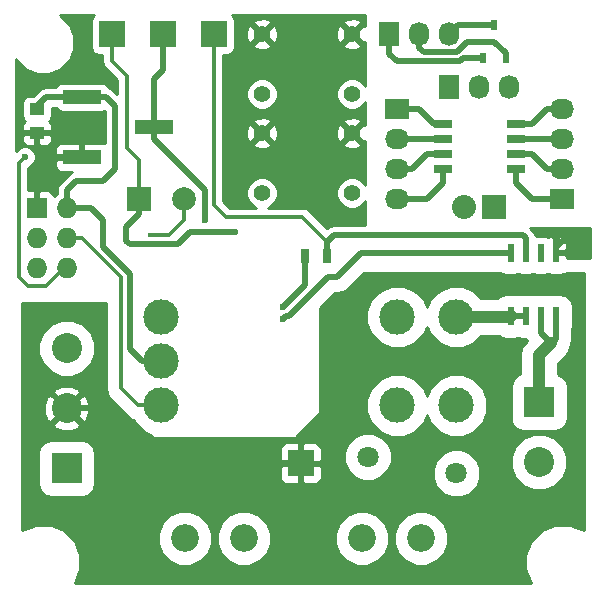
<source format=gtl>
%TF.GenerationSoftware,KiCad,Pcbnew,0.201512281231+6406~40~ubuntu14.04.1-stable*%
%TF.CreationDate,2016-01-03T22:13:40+01:00*%
%TF.ProjectId,hv,68762E6B696361645F70636200000000,rev?*%
%TF.FileFunction,Copper,L1,Top,Signal*%
%FSLAX46Y46*%
G04 Gerber Fmt 4.6, Leading zero omitted, Abs format (unit mm)*
G04 Created by KiCad (PCBNEW 0.201512281231+6406~40~ubuntu14.04.1-stable) date Son 03 Jan 2016 22:13:40 CET*
%MOMM*%
G01*
G04 APERTURE LIST*
%ADD10C,0.200000*%
%ADD11R,0.590000X0.450000*%
%ADD12C,2.349500*%
%ADD13R,1.727200X1.727200*%
%ADD14O,1.727200X1.727200*%
%ADD15R,2.235200X2.235200*%
%ADD16R,2.540000X2.540000*%
%ADD17C,2.540000*%
%ADD18C,3.000000*%
%ADD19R,3.300000X1.190000*%
%ADD20R,0.600000X1.550000*%
%ADD21C,1.998980*%
%ADD22R,1.998980X1.998980*%
%ADD23R,0.700000X1.300000*%
%ADD24C,1.800000*%
%ADD25R,1.250000X1.000000*%
%ADD26C,1.397000*%
%ADD27R,1.600000X0.700000*%
%ADD28R,2.032000X1.727200*%
%ADD29O,2.032000X1.727200*%
%ADD30R,1.727200X2.032000*%
%ADD31O,1.727200X2.032000*%
%ADD32R,2.032000X2.032000*%
%ADD33O,2.032000X2.032000*%
%ADD34R,0.600000X0.900000*%
%ADD35C,0.600000*%
%ADD36C,0.350000*%
%ADD37C,0.500000*%
%ADD38C,1.000000*%
%ADD39C,0.254000*%
G04 APERTURE END LIST*
D10*
D11*
X165061000Y-84328000D03*
X167171000Y-84328000D03*
D12*
X174998740Y-110000000D03*
X170000020Y-110000000D03*
X185001260Y-110000000D03*
X189999980Y-110000000D03*
D13*
X157480000Y-82042000D03*
D14*
X160020000Y-82042000D03*
X157480000Y-84582000D03*
X160020000Y-84582000D03*
X157480000Y-87122000D03*
X160020000Y-87122000D03*
D15*
X168148000Y-67310000D03*
X172466000Y-67310000D03*
X163830000Y-67310000D03*
D16*
X200000000Y-98460000D03*
D17*
X200000000Y-103540000D03*
D18*
X168000000Y-91250000D03*
X168000000Y-95000000D03*
X168000000Y-98750000D03*
X188000000Y-91250000D03*
X188000000Y-98750000D03*
X193000000Y-91250000D03*
X193000000Y-98750000D03*
D19*
X161290000Y-72644000D03*
X167386000Y-75184000D03*
X161290000Y-77724000D03*
D20*
X197595000Y-91200000D03*
X198865000Y-91200000D03*
X200135000Y-91200000D03*
X201405000Y-91200000D03*
X201405000Y-85800000D03*
X200135000Y-85800000D03*
X198865000Y-85800000D03*
X197595000Y-85800000D03*
D21*
X169926000Y-81280000D03*
D22*
X166116000Y-81280000D03*
D16*
X160000000Y-104080000D03*
D17*
X160000000Y-99000000D03*
X160000000Y-93920000D03*
D23*
X180152000Y-86106000D03*
X182052000Y-86106000D03*
D24*
X193000000Y-104500000D03*
X185500000Y-103100000D03*
D25*
X157480000Y-73676000D03*
X157480000Y-75676000D03*
D15*
X179832000Y-103632000D03*
D26*
X176530000Y-72390000D03*
X176530000Y-67310000D03*
X184150000Y-72390000D03*
X184150000Y-67310000D03*
X176530000Y-80772000D03*
X176530000Y-75692000D03*
X184150000Y-80772000D03*
X184150000Y-75692000D03*
D27*
X191845000Y-74930000D03*
X191845000Y-76200000D03*
X191845000Y-77470000D03*
X191845000Y-78740000D03*
X198045000Y-78740000D03*
X198045000Y-77470000D03*
X198045000Y-76200000D03*
X198045000Y-74930000D03*
D28*
X187960000Y-73660000D03*
D29*
X187960000Y-76200000D03*
X187960000Y-78740000D03*
X187960000Y-81280000D03*
D28*
X201930000Y-81280000D03*
D29*
X201930000Y-78740000D03*
X201930000Y-76200000D03*
X201930000Y-73660000D03*
D30*
X192405000Y-71755000D03*
D31*
X194945000Y-71755000D03*
X197485000Y-71755000D03*
D32*
X196215000Y-81915000D03*
D33*
X193675000Y-81915000D03*
D30*
X187325000Y-67310000D03*
D31*
X189865000Y-67310000D03*
X192405000Y-67310000D03*
D34*
X196215000Y-66545000D03*
X197165000Y-69345000D03*
X195265000Y-69345000D03*
D35*
X174244000Y-84074000D03*
X178308000Y-91440000D03*
X196596000Y-85852000D03*
X202438000Y-84836000D03*
X156464000Y-77724000D03*
X171704000Y-83058000D03*
X178308000Y-90424000D03*
D36*
X166116000Y-81280000D02*
X166116000Y-77978000D01*
X163830000Y-69596000D02*
X163830000Y-67310000D01*
X165100000Y-70866000D02*
X163830000Y-69596000D01*
X165100000Y-76962000D02*
X165100000Y-70866000D01*
X166116000Y-77978000D02*
X165100000Y-76962000D01*
D37*
X165061000Y-84328000D02*
X165061000Y-83605000D01*
X165061000Y-83605000D02*
X166116000Y-82550000D01*
X166116000Y-82550000D02*
X166116000Y-81280000D01*
X165061000Y-84797000D02*
X165061000Y-84328000D01*
X165354000Y-85090000D02*
X165061000Y-84797000D01*
X169418000Y-85090000D02*
X165354000Y-85090000D01*
X170434000Y-84074000D02*
X169418000Y-85090000D01*
X174244000Y-84074000D02*
X170434000Y-84074000D01*
D36*
X166116000Y-82550000D02*
X166116000Y-81280000D01*
X165061000Y-83605000D02*
X166116000Y-82550000D01*
D37*
X184912000Y-85852000D02*
X196596000Y-85852000D01*
X182880000Y-87884000D02*
X184912000Y-85852000D01*
X182118000Y-87884000D02*
X182880000Y-87884000D01*
X178816000Y-91186000D02*
X182118000Y-87884000D01*
X178562000Y-91186000D02*
X178816000Y-91186000D01*
X178308000Y-91440000D02*
X178562000Y-91186000D01*
X168000000Y-95000000D02*
X166374000Y-95000000D01*
X162052000Y-82042000D02*
X160020000Y-82042000D01*
X163068000Y-83058000D02*
X162052000Y-82042000D01*
X163068000Y-85344000D02*
X163068000Y-83058000D01*
X165354000Y-87630000D02*
X163068000Y-85344000D01*
X165354000Y-93980000D02*
X165354000Y-87630000D01*
X166374000Y-95000000D02*
X165354000Y-93980000D01*
X157480000Y-73676000D02*
X157480000Y-73406000D01*
X157480000Y-73406000D02*
X158242000Y-72644000D01*
X158242000Y-72644000D02*
X161290000Y-72644000D01*
X161290000Y-72644000D02*
X163322000Y-72644000D01*
X160020000Y-80518000D02*
X160020000Y-82042000D01*
X160782000Y-79756000D02*
X160020000Y-80518000D01*
X163068000Y-79756000D02*
X160782000Y-79756000D01*
X164084000Y-78740000D02*
X163068000Y-79756000D01*
X164084000Y-73406000D02*
X164084000Y-78740000D01*
X163322000Y-72644000D02*
X164084000Y-73406000D01*
X196596000Y-85852000D02*
X196648000Y-85800000D01*
X196648000Y-85800000D02*
X197595000Y-85800000D01*
X157480000Y-75676000D02*
X157480000Y-76962000D01*
X157480000Y-76962000D02*
X158242000Y-77724000D01*
X158242000Y-77724000D02*
X161290000Y-77724000D01*
X201930000Y-84836000D02*
X201405000Y-85361000D01*
X202438000Y-84836000D02*
X201930000Y-84836000D01*
X201405000Y-85361000D02*
X201405000Y-85800000D01*
X157480000Y-82042000D02*
X157480000Y-78486000D01*
X157480000Y-78486000D02*
X158242000Y-77724000D01*
X158242000Y-77724000D02*
X161290000Y-77724000D01*
D36*
X168000000Y-98750000D02*
X166060000Y-98750000D01*
X161290000Y-84582000D02*
X160020000Y-84582000D01*
X164592000Y-87884000D02*
X161290000Y-84582000D01*
X164592000Y-97282000D02*
X164592000Y-87884000D01*
X166060000Y-98750000D02*
X164592000Y-97282000D01*
X160020000Y-87122000D02*
X159766000Y-87122000D01*
X159766000Y-87122000D02*
X158242000Y-88646000D01*
X155956000Y-78232000D02*
X156464000Y-77724000D01*
X155956000Y-87884000D02*
X155956000Y-78232000D01*
X156718000Y-88646000D02*
X155956000Y-87884000D01*
X158242000Y-88646000D02*
X156718000Y-88646000D01*
D37*
X167386000Y-76200000D02*
X167386000Y-75184000D01*
X171704000Y-80518000D02*
X167386000Y-76200000D01*
X171704000Y-81026000D02*
X171704000Y-80518000D01*
X171704000Y-83058000D02*
X171704000Y-81026000D01*
X167386000Y-75184000D02*
X167386000Y-71120000D01*
X167386000Y-71120000D02*
X168148000Y-70358000D01*
X168148000Y-70358000D02*
X168148000Y-67310000D01*
D36*
X172466000Y-67310000D02*
X172466000Y-81788000D01*
X179954000Y-82804000D02*
X182052000Y-84902000D01*
X173482000Y-82804000D02*
X179954000Y-82804000D01*
X172466000Y-81788000D02*
X173482000Y-82804000D01*
X182052000Y-84902000D02*
X182052000Y-86106000D01*
D37*
X182052000Y-86106000D02*
X182052000Y-84902000D01*
X198865000Y-84565000D02*
X198865000Y-85073000D01*
X198628000Y-84328000D02*
X198865000Y-84565000D01*
X182626000Y-84328000D02*
X198628000Y-84328000D01*
X182052000Y-84902000D02*
X182626000Y-84328000D01*
X198865000Y-85073000D02*
X198865000Y-85800000D01*
X198865000Y-85073000D02*
X198865000Y-85800000D01*
X180152000Y-88580000D02*
X180152000Y-86106000D01*
X178308000Y-90424000D02*
X180152000Y-88580000D01*
X198865000Y-91200000D02*
X197595000Y-91200000D01*
D38*
X193000000Y-91250000D02*
X197545000Y-91250000D01*
X197545000Y-91250000D02*
X197595000Y-91200000D01*
D37*
X201405000Y-91200000D02*
X201405000Y-93095000D01*
X201405000Y-93095000D02*
X201000000Y-93500000D01*
X200135000Y-91200000D02*
X200135000Y-92635000D01*
X200135000Y-92635000D02*
X201000000Y-93500000D01*
D38*
X200000000Y-98460000D02*
X200000000Y-94500000D01*
X200000000Y-94500000D02*
X201000000Y-93500000D01*
D36*
X167171000Y-84328000D02*
X168656000Y-84328000D01*
X169926000Y-83058000D02*
X169926000Y-81280000D01*
X168656000Y-84328000D02*
X169926000Y-83058000D01*
D37*
X160000000Y-99000000D02*
X161992000Y-99000000D01*
X166624000Y-103632000D02*
X179832000Y-103632000D01*
X161992000Y-99000000D02*
X166624000Y-103632000D01*
X191845000Y-74930000D02*
X191135000Y-74930000D01*
X191135000Y-74930000D02*
X189865000Y-73660000D01*
X189865000Y-73660000D02*
X187960000Y-73660000D01*
X191845000Y-77470000D02*
X190500000Y-77470000D01*
X189230000Y-78740000D02*
X187960000Y-78740000D01*
X190500000Y-77470000D02*
X189230000Y-78740000D01*
X188595000Y-78740000D02*
X187960000Y-78740000D01*
X191845000Y-78740000D02*
X191845000Y-79935000D01*
X190500000Y-81280000D02*
X187960000Y-81280000D01*
X191845000Y-79935000D02*
X190500000Y-81280000D01*
X191845000Y-76200000D02*
X187960000Y-76200000D01*
X198045000Y-78740000D02*
X198045000Y-79935000D01*
X199390000Y-81280000D02*
X201930000Y-81280000D01*
X198045000Y-79935000D02*
X199390000Y-81280000D01*
X198045000Y-76200000D02*
X201930000Y-76200000D01*
X198045000Y-74930000D02*
X199390000Y-74930000D01*
X200660000Y-73660000D02*
X201930000Y-73660000D01*
X199390000Y-74930000D02*
X200660000Y-73660000D01*
X198045000Y-77470000D02*
X199390000Y-77470000D01*
X200660000Y-78740000D02*
X201930000Y-78740000D01*
X199390000Y-77470000D02*
X200660000Y-78740000D01*
X195265000Y-69345000D02*
X193545000Y-69345000D01*
X187325000Y-68961000D02*
X187325000Y-67310000D01*
X187960000Y-69596000D02*
X187325000Y-68961000D01*
X193294000Y-69596000D02*
X187960000Y-69596000D01*
X193545000Y-69345000D02*
X193294000Y-69596000D01*
X197165000Y-69345000D02*
X197165000Y-68895000D01*
X197165000Y-68895000D02*
X196215000Y-67945000D01*
X196215000Y-67945000D02*
X193929000Y-67945000D01*
X193929000Y-67945000D02*
X193040000Y-68834000D01*
X193040000Y-68834000D02*
X190246000Y-68834000D01*
X190246000Y-68834000D02*
X189865000Y-68453000D01*
X189865000Y-68453000D02*
X189865000Y-67310000D01*
X196215000Y-66545000D02*
X193170000Y-66545000D01*
X193170000Y-66545000D02*
X192405000Y-67310000D01*
D39*
G36*
X196847944Y-87633548D02*
X197295000Y-87724079D01*
X197895000Y-87724079D01*
X198242297Y-87658730D01*
X198565000Y-87724079D01*
X199165000Y-87724079D01*
X199512297Y-87658730D01*
X199835000Y-87724079D01*
X200435000Y-87724079D01*
X200782297Y-87658730D01*
X201105000Y-87724079D01*
X201705000Y-87724079D01*
X202122641Y-87645494D01*
X202344084Y-87503000D01*
X203798000Y-87503000D01*
X203798000Y-109329737D01*
X203791766Y-109323492D01*
X202631121Y-108841550D01*
X201374393Y-108840453D01*
X200212908Y-109320369D01*
X199323492Y-110208234D01*
X198841550Y-111368879D01*
X198840453Y-112625607D01*
X199320369Y-113787092D01*
X199331258Y-113798000D01*
X160670263Y-113798000D01*
X160676508Y-113791766D01*
X161158450Y-112631121D01*
X161159547Y-111374393D01*
X160780008Y-110455838D01*
X167697871Y-110455838D01*
X168047553Y-111302133D01*
X168694481Y-111950191D01*
X169540165Y-112301350D01*
X170455858Y-112302149D01*
X171302153Y-111952467D01*
X171950211Y-111305539D01*
X172301370Y-110459855D01*
X172301373Y-110455838D01*
X172696591Y-110455838D01*
X173046273Y-111302133D01*
X173693201Y-111950191D01*
X174538885Y-112301350D01*
X175454578Y-112302149D01*
X176300873Y-111952467D01*
X176948931Y-111305539D01*
X177300090Y-110459855D01*
X177300093Y-110455838D01*
X182699111Y-110455838D01*
X183048793Y-111302133D01*
X183695721Y-111950191D01*
X184541405Y-112301350D01*
X185457098Y-112302149D01*
X186303393Y-111952467D01*
X186951451Y-111305539D01*
X187302610Y-110459855D01*
X187302613Y-110455838D01*
X187697831Y-110455838D01*
X188047513Y-111302133D01*
X188694441Y-111950191D01*
X189540125Y-112301350D01*
X190455818Y-112302149D01*
X191302113Y-111952467D01*
X191950171Y-111305539D01*
X192301330Y-110459855D01*
X192302129Y-109544162D01*
X191952447Y-108697867D01*
X191305519Y-108049809D01*
X190459835Y-107698650D01*
X189544142Y-107697851D01*
X188697847Y-108047533D01*
X188049789Y-108694461D01*
X187698630Y-109540145D01*
X187697831Y-110455838D01*
X187302613Y-110455838D01*
X187303409Y-109544162D01*
X186953727Y-108697867D01*
X186306799Y-108049809D01*
X185461115Y-107698650D01*
X184545422Y-107697851D01*
X183699127Y-108047533D01*
X183051069Y-108694461D01*
X182699910Y-109540145D01*
X182699111Y-110455838D01*
X177300093Y-110455838D01*
X177300889Y-109544162D01*
X176951207Y-108697867D01*
X176304279Y-108049809D01*
X175458595Y-107698650D01*
X174542902Y-107697851D01*
X173696607Y-108047533D01*
X173048549Y-108694461D01*
X172697390Y-109540145D01*
X172696591Y-110455838D01*
X172301373Y-110455838D01*
X172302169Y-109544162D01*
X171952487Y-108697867D01*
X171305559Y-108049809D01*
X170459875Y-107698650D01*
X169544182Y-107697851D01*
X168697887Y-108047533D01*
X168049829Y-108694461D01*
X167698670Y-109540145D01*
X167697871Y-110455838D01*
X160780008Y-110455838D01*
X160679631Y-110212908D01*
X159791766Y-109323492D01*
X158631121Y-108841550D01*
X157374393Y-108840453D01*
X156212908Y-109320369D01*
X156202000Y-109331258D01*
X156202000Y-102810000D01*
X157580921Y-102810000D01*
X157580921Y-105350000D01*
X157659506Y-105767641D01*
X157906331Y-106151219D01*
X158282944Y-106408548D01*
X158730000Y-106499079D01*
X161270000Y-106499079D01*
X161687641Y-106420494D01*
X162071219Y-106173669D01*
X162328548Y-105797056D01*
X162419079Y-105350000D01*
X162419079Y-103917750D01*
X178079400Y-103917750D01*
X178079400Y-104875910D01*
X178176073Y-105109299D01*
X178354702Y-105287927D01*
X178588091Y-105384600D01*
X179546250Y-105384600D01*
X179705000Y-105225850D01*
X179705000Y-103759000D01*
X179959000Y-103759000D01*
X179959000Y-105225850D01*
X180117750Y-105384600D01*
X181075909Y-105384600D01*
X181309298Y-105287927D01*
X181487927Y-105109299D01*
X181584600Y-104875910D01*
X181584600Y-103917750D01*
X181425850Y-103759000D01*
X179959000Y-103759000D01*
X179705000Y-103759000D01*
X178238150Y-103759000D01*
X178079400Y-103917750D01*
X162419079Y-103917750D01*
X162419079Y-102810000D01*
X162340494Y-102392359D01*
X162337747Y-102388090D01*
X178079400Y-102388090D01*
X178079400Y-103346250D01*
X178238150Y-103505000D01*
X179705000Y-103505000D01*
X179705000Y-102038150D01*
X179959000Y-102038150D01*
X179959000Y-103505000D01*
X181425850Y-103505000D01*
X181429424Y-103501426D01*
X183472649Y-103501426D01*
X183780591Y-104246703D01*
X184350298Y-104817405D01*
X185095036Y-105126647D01*
X185901426Y-105127351D01*
X186448206Y-104901426D01*
X190972649Y-104901426D01*
X191280591Y-105646703D01*
X191850298Y-106217405D01*
X192595036Y-106526647D01*
X193401426Y-106527351D01*
X194146703Y-106219409D01*
X194717405Y-105649702D01*
X195026647Y-104904964D01*
X195027351Y-104098574D01*
X194992696Y-104014701D01*
X197602585Y-104014701D01*
X197966737Y-104896018D01*
X198640436Y-105570893D01*
X199521115Y-105936583D01*
X200474701Y-105937415D01*
X201356018Y-105573263D01*
X202030893Y-104899564D01*
X202396583Y-104018885D01*
X202397415Y-103065299D01*
X202033263Y-102183982D01*
X201359564Y-101509107D01*
X200478885Y-101143417D01*
X199525299Y-101142585D01*
X198643982Y-101506737D01*
X197969107Y-102180436D01*
X197603417Y-103061115D01*
X197602585Y-104014701D01*
X194992696Y-104014701D01*
X194719409Y-103353297D01*
X194149702Y-102782595D01*
X193404964Y-102473353D01*
X192598574Y-102472649D01*
X191853297Y-102780591D01*
X191282595Y-103350298D01*
X190973353Y-104095036D01*
X190972649Y-104901426D01*
X186448206Y-104901426D01*
X186646703Y-104819409D01*
X187217405Y-104249702D01*
X187526647Y-103504964D01*
X187527351Y-102698574D01*
X187219409Y-101953297D01*
X186649702Y-101382595D01*
X185904964Y-101073353D01*
X185098574Y-101072649D01*
X184353297Y-101380591D01*
X183782595Y-101950298D01*
X183473353Y-102695036D01*
X183472649Y-103501426D01*
X181429424Y-103501426D01*
X181584600Y-103346250D01*
X181584600Y-102388090D01*
X181487927Y-102154701D01*
X181309298Y-101976073D01*
X181075909Y-101879400D01*
X180117750Y-101879400D01*
X179959000Y-102038150D01*
X179705000Y-102038150D01*
X179546250Y-101879400D01*
X178588091Y-101879400D01*
X178354702Y-101976073D01*
X178176073Y-102154701D01*
X178079400Y-102388090D01*
X162337747Y-102388090D01*
X162093669Y-102008781D01*
X161717056Y-101751452D01*
X161270000Y-101660921D01*
X158730000Y-101660921D01*
X158312359Y-101739506D01*
X157928781Y-101986331D01*
X157671452Y-102362944D01*
X157580921Y-102810000D01*
X156202000Y-102810000D01*
X156202000Y-100347777D01*
X158831828Y-100347777D01*
X158963520Y-100642657D01*
X159671036Y-100914261D01*
X160428632Y-100894436D01*
X161036480Y-100642657D01*
X161168172Y-100347777D01*
X160000000Y-99179605D01*
X158831828Y-100347777D01*
X156202000Y-100347777D01*
X156202000Y-98671036D01*
X158085739Y-98671036D01*
X158105564Y-99428632D01*
X158357343Y-100036480D01*
X158652223Y-100168172D01*
X159820395Y-99000000D01*
X160179605Y-99000000D01*
X161347777Y-100168172D01*
X161642657Y-100036480D01*
X161914261Y-99328964D01*
X161894436Y-98571368D01*
X161642657Y-97963520D01*
X161347777Y-97831828D01*
X160179605Y-99000000D01*
X159820395Y-99000000D01*
X158652223Y-97831828D01*
X158357343Y-97963520D01*
X158085739Y-98671036D01*
X156202000Y-98671036D01*
X156202000Y-97652223D01*
X158831828Y-97652223D01*
X160000000Y-98820395D01*
X161168172Y-97652223D01*
X161036480Y-97357343D01*
X160328964Y-97085739D01*
X159571368Y-97105564D01*
X158963520Y-97357343D01*
X158831828Y-97652223D01*
X156202000Y-97652223D01*
X156202000Y-94394701D01*
X157602585Y-94394701D01*
X157966737Y-95276018D01*
X158640436Y-95950893D01*
X159521115Y-96316583D01*
X160474701Y-96317415D01*
X161356018Y-95953263D01*
X162030893Y-95279564D01*
X162396583Y-94398885D01*
X162397415Y-93445299D01*
X162033263Y-92563982D01*
X161359564Y-91889107D01*
X160478885Y-91523417D01*
X159525299Y-91522585D01*
X158643982Y-91886737D01*
X157969107Y-92560436D01*
X157603417Y-93441115D01*
X157602585Y-94394701D01*
X156202000Y-94394701D01*
X156202000Y-90043000D01*
X163290000Y-90043000D01*
X163290000Y-97282000D01*
X163389109Y-97780254D01*
X163671347Y-98202653D01*
X165139347Y-99670653D01*
X165561747Y-99952892D01*
X165662922Y-99973017D01*
X165771639Y-100236132D01*
X166509981Y-100975764D01*
X167067773Y-101207379D01*
X167296197Y-101435803D01*
X167338211Y-101463666D01*
X167386000Y-101473000D01*
X179324000Y-101473000D01*
X179373410Y-101462994D01*
X179413803Y-101435803D01*
X181445803Y-99403803D01*
X181473666Y-99361789D01*
X181483000Y-99314000D01*
X181483000Y-99270250D01*
X185372545Y-99270250D01*
X185771639Y-100236132D01*
X186509981Y-100975764D01*
X187475165Y-101376543D01*
X188520250Y-101377455D01*
X189486132Y-100978361D01*
X190225764Y-100240019D01*
X190500180Y-99579151D01*
X190771639Y-100236132D01*
X191509981Y-100975764D01*
X192475165Y-101376543D01*
X193520250Y-101377455D01*
X194486132Y-100978361D01*
X195225764Y-100240019D01*
X195626543Y-99274835D01*
X195627455Y-98229750D01*
X195228361Y-97263868D01*
X194490019Y-96524236D01*
X193524835Y-96123457D01*
X192479750Y-96122545D01*
X191513868Y-96521639D01*
X190774236Y-97259981D01*
X190499820Y-97920849D01*
X190228361Y-97263868D01*
X189490019Y-96524236D01*
X188524835Y-96123457D01*
X187479750Y-96122545D01*
X186513868Y-96521639D01*
X185774236Y-97259981D01*
X185373457Y-98225165D01*
X185372545Y-99270250D01*
X181483000Y-99270250D01*
X181483000Y-91770250D01*
X185372545Y-91770250D01*
X185771639Y-92736132D01*
X186509981Y-93475764D01*
X187475165Y-93876543D01*
X188520250Y-93877455D01*
X189486132Y-93478361D01*
X190225764Y-92740019D01*
X190500180Y-92079151D01*
X190771639Y-92736132D01*
X191509981Y-93475764D01*
X192475165Y-93876543D01*
X193520250Y-93877455D01*
X194486132Y-93478361D01*
X195088544Y-92877000D01*
X196618829Y-92877000D01*
X196847944Y-93033548D01*
X197295000Y-93124079D01*
X197895000Y-93124079D01*
X198242297Y-93058730D01*
X198565000Y-93124079D01*
X198855284Y-93124079D01*
X198862818Y-93161955D01*
X198932633Y-93266441D01*
X198849537Y-93349537D01*
X198496848Y-93877374D01*
X198373000Y-94500000D01*
X198373000Y-96108096D01*
X198312359Y-96119506D01*
X197928781Y-96366331D01*
X197671452Y-96742944D01*
X197580921Y-97190000D01*
X197580921Y-99730000D01*
X197659506Y-100147641D01*
X197906331Y-100531219D01*
X198282944Y-100788548D01*
X198730000Y-100879079D01*
X201270000Y-100879079D01*
X201687641Y-100800494D01*
X202071219Y-100553669D01*
X202328548Y-100177056D01*
X202419079Y-99730000D01*
X202419079Y-97190000D01*
X202340494Y-96772359D01*
X202093669Y-96388781D01*
X201717056Y-96131452D01*
X201627000Y-96113215D01*
X201627000Y-95173926D01*
X202150463Y-94650462D01*
X202503152Y-94122626D01*
X202571189Y-93780585D01*
X202677182Y-93621955D01*
X202782000Y-93095000D01*
X202782000Y-92330937D01*
X202854079Y-91975000D01*
X202854079Y-90425000D01*
X202775494Y-90007359D01*
X202528669Y-89623781D01*
X202152056Y-89366452D01*
X201705000Y-89275921D01*
X201105000Y-89275921D01*
X200757703Y-89341270D01*
X200435000Y-89275921D01*
X199835000Y-89275921D01*
X199487703Y-89341270D01*
X199165000Y-89275921D01*
X198565000Y-89275921D01*
X198217703Y-89341270D01*
X197895000Y-89275921D01*
X197295000Y-89275921D01*
X196877359Y-89354506D01*
X196493781Y-89601331D01*
X196478975Y-89623000D01*
X195087739Y-89623000D01*
X194490019Y-89024236D01*
X193524835Y-88623457D01*
X192479750Y-88622545D01*
X191513868Y-89021639D01*
X190774236Y-89759981D01*
X190499820Y-90420849D01*
X190228361Y-89763868D01*
X189490019Y-89024236D01*
X188524835Y-88623457D01*
X187479750Y-88622545D01*
X186513868Y-89021639D01*
X185774236Y-89759981D01*
X185373457Y-90725165D01*
X185372545Y-91770250D01*
X181483000Y-91770250D01*
X181483000Y-90466372D01*
X182688372Y-89261000D01*
X182880000Y-89261000D01*
X183406955Y-89156182D01*
X183853686Y-88857686D01*
X185208372Y-87503000D01*
X196656881Y-87503000D01*
X196847944Y-87633548D01*
X196847944Y-87633548D01*
G37*
X196847944Y-87633548D02*
X197295000Y-87724079D01*
X197895000Y-87724079D01*
X198242297Y-87658730D01*
X198565000Y-87724079D01*
X199165000Y-87724079D01*
X199512297Y-87658730D01*
X199835000Y-87724079D01*
X200435000Y-87724079D01*
X200782297Y-87658730D01*
X201105000Y-87724079D01*
X201705000Y-87724079D01*
X202122641Y-87645494D01*
X202344084Y-87503000D01*
X203798000Y-87503000D01*
X203798000Y-109329737D01*
X203791766Y-109323492D01*
X202631121Y-108841550D01*
X201374393Y-108840453D01*
X200212908Y-109320369D01*
X199323492Y-110208234D01*
X198841550Y-111368879D01*
X198840453Y-112625607D01*
X199320369Y-113787092D01*
X199331258Y-113798000D01*
X160670263Y-113798000D01*
X160676508Y-113791766D01*
X161158450Y-112631121D01*
X161159547Y-111374393D01*
X160780008Y-110455838D01*
X167697871Y-110455838D01*
X168047553Y-111302133D01*
X168694481Y-111950191D01*
X169540165Y-112301350D01*
X170455858Y-112302149D01*
X171302153Y-111952467D01*
X171950211Y-111305539D01*
X172301370Y-110459855D01*
X172301373Y-110455838D01*
X172696591Y-110455838D01*
X173046273Y-111302133D01*
X173693201Y-111950191D01*
X174538885Y-112301350D01*
X175454578Y-112302149D01*
X176300873Y-111952467D01*
X176948931Y-111305539D01*
X177300090Y-110459855D01*
X177300093Y-110455838D01*
X182699111Y-110455838D01*
X183048793Y-111302133D01*
X183695721Y-111950191D01*
X184541405Y-112301350D01*
X185457098Y-112302149D01*
X186303393Y-111952467D01*
X186951451Y-111305539D01*
X187302610Y-110459855D01*
X187302613Y-110455838D01*
X187697831Y-110455838D01*
X188047513Y-111302133D01*
X188694441Y-111950191D01*
X189540125Y-112301350D01*
X190455818Y-112302149D01*
X191302113Y-111952467D01*
X191950171Y-111305539D01*
X192301330Y-110459855D01*
X192302129Y-109544162D01*
X191952447Y-108697867D01*
X191305519Y-108049809D01*
X190459835Y-107698650D01*
X189544142Y-107697851D01*
X188697847Y-108047533D01*
X188049789Y-108694461D01*
X187698630Y-109540145D01*
X187697831Y-110455838D01*
X187302613Y-110455838D01*
X187303409Y-109544162D01*
X186953727Y-108697867D01*
X186306799Y-108049809D01*
X185461115Y-107698650D01*
X184545422Y-107697851D01*
X183699127Y-108047533D01*
X183051069Y-108694461D01*
X182699910Y-109540145D01*
X182699111Y-110455838D01*
X177300093Y-110455838D01*
X177300889Y-109544162D01*
X176951207Y-108697867D01*
X176304279Y-108049809D01*
X175458595Y-107698650D01*
X174542902Y-107697851D01*
X173696607Y-108047533D01*
X173048549Y-108694461D01*
X172697390Y-109540145D01*
X172696591Y-110455838D01*
X172301373Y-110455838D01*
X172302169Y-109544162D01*
X171952487Y-108697867D01*
X171305559Y-108049809D01*
X170459875Y-107698650D01*
X169544182Y-107697851D01*
X168697887Y-108047533D01*
X168049829Y-108694461D01*
X167698670Y-109540145D01*
X167697871Y-110455838D01*
X160780008Y-110455838D01*
X160679631Y-110212908D01*
X159791766Y-109323492D01*
X158631121Y-108841550D01*
X157374393Y-108840453D01*
X156212908Y-109320369D01*
X156202000Y-109331258D01*
X156202000Y-102810000D01*
X157580921Y-102810000D01*
X157580921Y-105350000D01*
X157659506Y-105767641D01*
X157906331Y-106151219D01*
X158282944Y-106408548D01*
X158730000Y-106499079D01*
X161270000Y-106499079D01*
X161687641Y-106420494D01*
X162071219Y-106173669D01*
X162328548Y-105797056D01*
X162419079Y-105350000D01*
X162419079Y-103917750D01*
X178079400Y-103917750D01*
X178079400Y-104875910D01*
X178176073Y-105109299D01*
X178354702Y-105287927D01*
X178588091Y-105384600D01*
X179546250Y-105384600D01*
X179705000Y-105225850D01*
X179705000Y-103759000D01*
X179959000Y-103759000D01*
X179959000Y-105225850D01*
X180117750Y-105384600D01*
X181075909Y-105384600D01*
X181309298Y-105287927D01*
X181487927Y-105109299D01*
X181584600Y-104875910D01*
X181584600Y-103917750D01*
X181425850Y-103759000D01*
X179959000Y-103759000D01*
X179705000Y-103759000D01*
X178238150Y-103759000D01*
X178079400Y-103917750D01*
X162419079Y-103917750D01*
X162419079Y-102810000D01*
X162340494Y-102392359D01*
X162337747Y-102388090D01*
X178079400Y-102388090D01*
X178079400Y-103346250D01*
X178238150Y-103505000D01*
X179705000Y-103505000D01*
X179705000Y-102038150D01*
X179959000Y-102038150D01*
X179959000Y-103505000D01*
X181425850Y-103505000D01*
X181429424Y-103501426D01*
X183472649Y-103501426D01*
X183780591Y-104246703D01*
X184350298Y-104817405D01*
X185095036Y-105126647D01*
X185901426Y-105127351D01*
X186448206Y-104901426D01*
X190972649Y-104901426D01*
X191280591Y-105646703D01*
X191850298Y-106217405D01*
X192595036Y-106526647D01*
X193401426Y-106527351D01*
X194146703Y-106219409D01*
X194717405Y-105649702D01*
X195026647Y-104904964D01*
X195027351Y-104098574D01*
X194992696Y-104014701D01*
X197602585Y-104014701D01*
X197966737Y-104896018D01*
X198640436Y-105570893D01*
X199521115Y-105936583D01*
X200474701Y-105937415D01*
X201356018Y-105573263D01*
X202030893Y-104899564D01*
X202396583Y-104018885D01*
X202397415Y-103065299D01*
X202033263Y-102183982D01*
X201359564Y-101509107D01*
X200478885Y-101143417D01*
X199525299Y-101142585D01*
X198643982Y-101506737D01*
X197969107Y-102180436D01*
X197603417Y-103061115D01*
X197602585Y-104014701D01*
X194992696Y-104014701D01*
X194719409Y-103353297D01*
X194149702Y-102782595D01*
X193404964Y-102473353D01*
X192598574Y-102472649D01*
X191853297Y-102780591D01*
X191282595Y-103350298D01*
X190973353Y-104095036D01*
X190972649Y-104901426D01*
X186448206Y-104901426D01*
X186646703Y-104819409D01*
X187217405Y-104249702D01*
X187526647Y-103504964D01*
X187527351Y-102698574D01*
X187219409Y-101953297D01*
X186649702Y-101382595D01*
X185904964Y-101073353D01*
X185098574Y-101072649D01*
X184353297Y-101380591D01*
X183782595Y-101950298D01*
X183473353Y-102695036D01*
X183472649Y-103501426D01*
X181429424Y-103501426D01*
X181584600Y-103346250D01*
X181584600Y-102388090D01*
X181487927Y-102154701D01*
X181309298Y-101976073D01*
X181075909Y-101879400D01*
X180117750Y-101879400D01*
X179959000Y-102038150D01*
X179705000Y-102038150D01*
X179546250Y-101879400D01*
X178588091Y-101879400D01*
X178354702Y-101976073D01*
X178176073Y-102154701D01*
X178079400Y-102388090D01*
X162337747Y-102388090D01*
X162093669Y-102008781D01*
X161717056Y-101751452D01*
X161270000Y-101660921D01*
X158730000Y-101660921D01*
X158312359Y-101739506D01*
X157928781Y-101986331D01*
X157671452Y-102362944D01*
X157580921Y-102810000D01*
X156202000Y-102810000D01*
X156202000Y-100347777D01*
X158831828Y-100347777D01*
X158963520Y-100642657D01*
X159671036Y-100914261D01*
X160428632Y-100894436D01*
X161036480Y-100642657D01*
X161168172Y-100347777D01*
X160000000Y-99179605D01*
X158831828Y-100347777D01*
X156202000Y-100347777D01*
X156202000Y-98671036D01*
X158085739Y-98671036D01*
X158105564Y-99428632D01*
X158357343Y-100036480D01*
X158652223Y-100168172D01*
X159820395Y-99000000D01*
X160179605Y-99000000D01*
X161347777Y-100168172D01*
X161642657Y-100036480D01*
X161914261Y-99328964D01*
X161894436Y-98571368D01*
X161642657Y-97963520D01*
X161347777Y-97831828D01*
X160179605Y-99000000D01*
X159820395Y-99000000D01*
X158652223Y-97831828D01*
X158357343Y-97963520D01*
X158085739Y-98671036D01*
X156202000Y-98671036D01*
X156202000Y-97652223D01*
X158831828Y-97652223D01*
X160000000Y-98820395D01*
X161168172Y-97652223D01*
X161036480Y-97357343D01*
X160328964Y-97085739D01*
X159571368Y-97105564D01*
X158963520Y-97357343D01*
X158831828Y-97652223D01*
X156202000Y-97652223D01*
X156202000Y-94394701D01*
X157602585Y-94394701D01*
X157966737Y-95276018D01*
X158640436Y-95950893D01*
X159521115Y-96316583D01*
X160474701Y-96317415D01*
X161356018Y-95953263D01*
X162030893Y-95279564D01*
X162396583Y-94398885D01*
X162397415Y-93445299D01*
X162033263Y-92563982D01*
X161359564Y-91889107D01*
X160478885Y-91523417D01*
X159525299Y-91522585D01*
X158643982Y-91886737D01*
X157969107Y-92560436D01*
X157603417Y-93441115D01*
X157602585Y-94394701D01*
X156202000Y-94394701D01*
X156202000Y-90043000D01*
X163290000Y-90043000D01*
X163290000Y-97282000D01*
X163389109Y-97780254D01*
X163671347Y-98202653D01*
X165139347Y-99670653D01*
X165561747Y-99952892D01*
X165662922Y-99973017D01*
X165771639Y-100236132D01*
X166509981Y-100975764D01*
X167067773Y-101207379D01*
X167296197Y-101435803D01*
X167338211Y-101463666D01*
X167386000Y-101473000D01*
X179324000Y-101473000D01*
X179373410Y-101462994D01*
X179413803Y-101435803D01*
X181445803Y-99403803D01*
X181473666Y-99361789D01*
X181483000Y-99314000D01*
X181483000Y-99270250D01*
X185372545Y-99270250D01*
X185771639Y-100236132D01*
X186509981Y-100975764D01*
X187475165Y-101376543D01*
X188520250Y-101377455D01*
X189486132Y-100978361D01*
X190225764Y-100240019D01*
X190500180Y-99579151D01*
X190771639Y-100236132D01*
X191509981Y-100975764D01*
X192475165Y-101376543D01*
X193520250Y-101377455D01*
X194486132Y-100978361D01*
X195225764Y-100240019D01*
X195626543Y-99274835D01*
X195627455Y-98229750D01*
X195228361Y-97263868D01*
X194490019Y-96524236D01*
X193524835Y-96123457D01*
X192479750Y-96122545D01*
X191513868Y-96521639D01*
X190774236Y-97259981D01*
X190499820Y-97920849D01*
X190228361Y-97263868D01*
X189490019Y-96524236D01*
X188524835Y-96123457D01*
X187479750Y-96122545D01*
X186513868Y-96521639D01*
X185774236Y-97259981D01*
X185373457Y-98225165D01*
X185372545Y-99270250D01*
X181483000Y-99270250D01*
X181483000Y-91770250D01*
X185372545Y-91770250D01*
X185771639Y-92736132D01*
X186509981Y-93475764D01*
X187475165Y-93876543D01*
X188520250Y-93877455D01*
X189486132Y-93478361D01*
X190225764Y-92740019D01*
X190500180Y-92079151D01*
X190771639Y-92736132D01*
X191509981Y-93475764D01*
X192475165Y-93876543D01*
X193520250Y-93877455D01*
X194486132Y-93478361D01*
X195088544Y-92877000D01*
X196618829Y-92877000D01*
X196847944Y-93033548D01*
X197295000Y-93124079D01*
X197895000Y-93124079D01*
X198242297Y-93058730D01*
X198565000Y-93124079D01*
X198855284Y-93124079D01*
X198862818Y-93161955D01*
X198932633Y-93266441D01*
X198849537Y-93349537D01*
X198496848Y-93877374D01*
X198373000Y-94500000D01*
X198373000Y-96108096D01*
X198312359Y-96119506D01*
X197928781Y-96366331D01*
X197671452Y-96742944D01*
X197580921Y-97190000D01*
X197580921Y-99730000D01*
X197659506Y-100147641D01*
X197906331Y-100531219D01*
X198282944Y-100788548D01*
X198730000Y-100879079D01*
X201270000Y-100879079D01*
X201687641Y-100800494D01*
X202071219Y-100553669D01*
X202328548Y-100177056D01*
X202419079Y-99730000D01*
X202419079Y-97190000D01*
X202340494Y-96772359D01*
X202093669Y-96388781D01*
X201717056Y-96131452D01*
X201627000Y-96113215D01*
X201627000Y-95173926D01*
X202150463Y-94650462D01*
X202503152Y-94122626D01*
X202571189Y-93780585D01*
X202677182Y-93621955D01*
X202782000Y-93095000D01*
X202782000Y-92330937D01*
X202854079Y-91975000D01*
X202854079Y-90425000D01*
X202775494Y-90007359D01*
X202528669Y-89623781D01*
X202152056Y-89366452D01*
X201705000Y-89275921D01*
X201105000Y-89275921D01*
X200757703Y-89341270D01*
X200435000Y-89275921D01*
X199835000Y-89275921D01*
X199487703Y-89341270D01*
X199165000Y-89275921D01*
X198565000Y-89275921D01*
X198217703Y-89341270D01*
X197895000Y-89275921D01*
X197295000Y-89275921D01*
X196877359Y-89354506D01*
X196493781Y-89601331D01*
X196478975Y-89623000D01*
X195087739Y-89623000D01*
X194490019Y-89024236D01*
X193524835Y-88623457D01*
X192479750Y-88622545D01*
X191513868Y-89021639D01*
X190774236Y-89759981D01*
X190499820Y-90420849D01*
X190228361Y-89763868D01*
X189490019Y-89024236D01*
X188524835Y-88623457D01*
X187479750Y-88622545D01*
X186513868Y-89021639D01*
X185774236Y-89759981D01*
X185373457Y-90725165D01*
X185372545Y-91770250D01*
X181483000Y-91770250D01*
X181483000Y-90466372D01*
X182688372Y-89261000D01*
X182880000Y-89261000D01*
X183406955Y-89156182D01*
X183853686Y-88857686D01*
X185208372Y-87503000D01*
X196656881Y-87503000D01*
X196847944Y-87633548D01*
G36*
X204298000Y-86233000D02*
X202340000Y-86233000D01*
X202340000Y-86085750D01*
X202181250Y-85927000D01*
X201532000Y-85927000D01*
X201532000Y-85947000D01*
X201278000Y-85947000D01*
X201278000Y-85927000D01*
X201258000Y-85927000D01*
X201258000Y-85673000D01*
X201278000Y-85673000D01*
X201278000Y-84548750D01*
X201532000Y-84548750D01*
X201532000Y-85673000D01*
X202181250Y-85673000D01*
X202340000Y-85514250D01*
X202340000Y-84898691D01*
X202243327Y-84665302D01*
X202064699Y-84486673D01*
X201831310Y-84390000D01*
X201690750Y-84390000D01*
X201532000Y-84548750D01*
X201278000Y-84548750D01*
X201119250Y-84390000D01*
X200978690Y-84390000D01*
X200753056Y-84483461D01*
X200683717Y-84436083D01*
X200435000Y-84385717D01*
X199835000Y-84385717D01*
X199710981Y-84409053D01*
X199675242Y-84229387D01*
X199588789Y-84100000D01*
X199485133Y-83944867D01*
X199485130Y-83944865D01*
X199248133Y-83707867D01*
X199225883Y-83693000D01*
X204298000Y-83693000D01*
X204298000Y-86233000D01*
X204298000Y-86233000D01*
G37*
X204298000Y-86233000D02*
X202340000Y-86233000D01*
X202340000Y-86085750D01*
X202181250Y-85927000D01*
X201532000Y-85927000D01*
X201532000Y-85947000D01*
X201278000Y-85947000D01*
X201278000Y-85927000D01*
X201258000Y-85927000D01*
X201258000Y-85673000D01*
X201278000Y-85673000D01*
X201278000Y-84548750D01*
X201532000Y-84548750D01*
X201532000Y-85673000D01*
X202181250Y-85673000D01*
X202340000Y-85514250D01*
X202340000Y-84898691D01*
X202243327Y-84665302D01*
X202064699Y-84486673D01*
X201831310Y-84390000D01*
X201690750Y-84390000D01*
X201532000Y-84548750D01*
X201278000Y-84548750D01*
X201119250Y-84390000D01*
X200978690Y-84390000D01*
X200753056Y-84483461D01*
X200683717Y-84436083D01*
X200435000Y-84385717D01*
X199835000Y-84385717D01*
X199710981Y-84409053D01*
X199675242Y-84229387D01*
X199588789Y-84100000D01*
X199485133Y-83944867D01*
X199485130Y-83944865D01*
X199248133Y-83707867D01*
X199225883Y-83693000D01*
X204298000Y-83693000D01*
X204298000Y-86233000D01*
G36*
X185293000Y-66610058D02*
X185084188Y-66555417D01*
X184329605Y-67310000D01*
X185084188Y-68064583D01*
X185293000Y-68009942D01*
X185293000Y-71685260D01*
X185274359Y-71640146D01*
X184901816Y-71266951D01*
X184414815Y-71064731D01*
X183887498Y-71064270D01*
X183400146Y-71265641D01*
X183026951Y-71638184D01*
X182824731Y-72125185D01*
X182824270Y-72652502D01*
X183025641Y-73139854D01*
X183398184Y-73513049D01*
X183885185Y-73715269D01*
X184412502Y-73715730D01*
X184899854Y-73514359D01*
X185273049Y-73141816D01*
X185293000Y-73093769D01*
X185293000Y-74992058D01*
X185084188Y-74937417D01*
X184329605Y-75692000D01*
X185084188Y-76446583D01*
X185293000Y-76391942D01*
X185293000Y-80067260D01*
X185274359Y-80022146D01*
X184901816Y-79648951D01*
X184414815Y-79446731D01*
X183887498Y-79446270D01*
X183400146Y-79647641D01*
X183026951Y-80020184D01*
X182824731Y-80507185D01*
X182824270Y-81034502D01*
X183025641Y-81521854D01*
X183398184Y-81895049D01*
X183885185Y-82097269D01*
X184412502Y-82097730D01*
X184899854Y-81896359D01*
X185273049Y-81523816D01*
X185293000Y-81475769D01*
X185293000Y-83451000D01*
X182626005Y-83451000D01*
X182626000Y-83450999D01*
X182308862Y-83514083D01*
X182290387Y-83517758D01*
X182005867Y-83707867D01*
X182005865Y-83707870D01*
X181998967Y-83714767D01*
X180521100Y-82236900D01*
X180260912Y-82063049D01*
X179954000Y-82001999D01*
X179953995Y-82002000D01*
X177024185Y-82002000D01*
X177279854Y-81896359D01*
X177653049Y-81523816D01*
X177855269Y-81036815D01*
X177855730Y-80509498D01*
X177654359Y-80022146D01*
X177281816Y-79648951D01*
X176794815Y-79446731D01*
X176267498Y-79446270D01*
X175780146Y-79647641D01*
X175406951Y-80020184D01*
X175204731Y-80507185D01*
X175204270Y-81034502D01*
X175405641Y-81521854D01*
X175778184Y-81895049D01*
X176035751Y-82002000D01*
X173814200Y-82002000D01*
X173268000Y-81455800D01*
X173268000Y-76626188D01*
X175775417Y-76626188D01*
X175837071Y-76861800D01*
X176337480Y-77037927D01*
X176867199Y-77009148D01*
X177222929Y-76861800D01*
X177284583Y-76626188D01*
X183395417Y-76626188D01*
X183457071Y-76861800D01*
X183957480Y-77037927D01*
X184487199Y-77009148D01*
X184842929Y-76861800D01*
X184904583Y-76626188D01*
X184150000Y-75871605D01*
X183395417Y-76626188D01*
X177284583Y-76626188D01*
X176530000Y-75871605D01*
X175775417Y-76626188D01*
X173268000Y-76626188D01*
X173268000Y-75499480D01*
X175184073Y-75499480D01*
X175212852Y-76029199D01*
X175360200Y-76384929D01*
X175595812Y-76446583D01*
X176350395Y-75692000D01*
X176709605Y-75692000D01*
X177464188Y-76446583D01*
X177699800Y-76384929D01*
X177875927Y-75884520D01*
X177855009Y-75499480D01*
X182804073Y-75499480D01*
X182832852Y-76029199D01*
X182980200Y-76384929D01*
X183215812Y-76446583D01*
X183970395Y-75692000D01*
X183215812Y-74937417D01*
X182980200Y-74999071D01*
X182804073Y-75499480D01*
X177855009Y-75499480D01*
X177847148Y-75354801D01*
X177699800Y-74999071D01*
X177464188Y-74937417D01*
X176709605Y-75692000D01*
X176350395Y-75692000D01*
X175595812Y-74937417D01*
X175360200Y-74999071D01*
X175184073Y-75499480D01*
X173268000Y-75499480D01*
X173268000Y-74757812D01*
X175775417Y-74757812D01*
X176530000Y-75512395D01*
X177284583Y-74757812D01*
X183395417Y-74757812D01*
X184150000Y-75512395D01*
X184904583Y-74757812D01*
X184842929Y-74522200D01*
X184342520Y-74346073D01*
X183812801Y-74374852D01*
X183457071Y-74522200D01*
X183395417Y-74757812D01*
X177284583Y-74757812D01*
X177222929Y-74522200D01*
X176722520Y-74346073D01*
X176192801Y-74374852D01*
X175837071Y-74522200D01*
X175775417Y-74757812D01*
X173268000Y-74757812D01*
X173268000Y-72652502D01*
X175204270Y-72652502D01*
X175405641Y-73139854D01*
X175778184Y-73513049D01*
X176265185Y-73715269D01*
X176792502Y-73715730D01*
X177279854Y-73514359D01*
X177653049Y-73141816D01*
X177855269Y-72654815D01*
X177855730Y-72127498D01*
X177654359Y-71640146D01*
X177281816Y-71266951D01*
X176794815Y-71064731D01*
X176267498Y-71064270D01*
X175780146Y-71265641D01*
X175406951Y-71638184D01*
X175204731Y-72125185D01*
X175204270Y-72652502D01*
X173268000Y-72652502D01*
X173268000Y-69066883D01*
X173583600Y-69066883D01*
X173815952Y-69023163D01*
X174029353Y-68885843D01*
X174172517Y-68676317D01*
X174222883Y-68427600D01*
X174222883Y-68244188D01*
X175775417Y-68244188D01*
X175837071Y-68479800D01*
X176337480Y-68655927D01*
X176867199Y-68627148D01*
X177222929Y-68479800D01*
X177284583Y-68244188D01*
X183395417Y-68244188D01*
X183457071Y-68479800D01*
X183957480Y-68655927D01*
X184487199Y-68627148D01*
X184842929Y-68479800D01*
X184904583Y-68244188D01*
X184150000Y-67489605D01*
X183395417Y-68244188D01*
X177284583Y-68244188D01*
X176530000Y-67489605D01*
X175775417Y-68244188D01*
X174222883Y-68244188D01*
X174222883Y-67117480D01*
X175184073Y-67117480D01*
X175212852Y-67647199D01*
X175360200Y-68002929D01*
X175595812Y-68064583D01*
X176350395Y-67310000D01*
X176709605Y-67310000D01*
X177464188Y-68064583D01*
X177699800Y-68002929D01*
X177875927Y-67502520D01*
X177855009Y-67117480D01*
X182804073Y-67117480D01*
X182832852Y-67647199D01*
X182980200Y-68002929D01*
X183215812Y-68064583D01*
X183970395Y-67310000D01*
X183215812Y-66555417D01*
X182980200Y-66617071D01*
X182804073Y-67117480D01*
X177855009Y-67117480D01*
X177847148Y-66972801D01*
X177699800Y-66617071D01*
X177464188Y-66555417D01*
X176709605Y-67310000D01*
X176350395Y-67310000D01*
X175595812Y-66555417D01*
X175360200Y-66617071D01*
X175184073Y-67117480D01*
X174222883Y-67117480D01*
X174222883Y-66375812D01*
X175775417Y-66375812D01*
X176530000Y-67130395D01*
X177284583Y-66375812D01*
X183395417Y-66375812D01*
X184150000Y-67130395D01*
X184904583Y-66375812D01*
X184842929Y-66140200D01*
X184342520Y-65964073D01*
X183812801Y-65992852D01*
X183457071Y-66140200D01*
X183395417Y-66375812D01*
X177284583Y-66375812D01*
X177222929Y-66140200D01*
X176722520Y-65964073D01*
X176192801Y-65992852D01*
X175837071Y-66140200D01*
X175775417Y-66375812D01*
X174222883Y-66375812D01*
X174222883Y-66192400D01*
X174179163Y-65960048D01*
X174041843Y-65746647D01*
X173976500Y-65702000D01*
X185293000Y-65702000D01*
X185293000Y-66610058D01*
X185293000Y-66610058D01*
G37*
X185293000Y-66610058D02*
X185084188Y-66555417D01*
X184329605Y-67310000D01*
X185084188Y-68064583D01*
X185293000Y-68009942D01*
X185293000Y-71685260D01*
X185274359Y-71640146D01*
X184901816Y-71266951D01*
X184414815Y-71064731D01*
X183887498Y-71064270D01*
X183400146Y-71265641D01*
X183026951Y-71638184D01*
X182824731Y-72125185D01*
X182824270Y-72652502D01*
X183025641Y-73139854D01*
X183398184Y-73513049D01*
X183885185Y-73715269D01*
X184412502Y-73715730D01*
X184899854Y-73514359D01*
X185273049Y-73141816D01*
X185293000Y-73093769D01*
X185293000Y-74992058D01*
X185084188Y-74937417D01*
X184329605Y-75692000D01*
X185084188Y-76446583D01*
X185293000Y-76391942D01*
X185293000Y-80067260D01*
X185274359Y-80022146D01*
X184901816Y-79648951D01*
X184414815Y-79446731D01*
X183887498Y-79446270D01*
X183400146Y-79647641D01*
X183026951Y-80020184D01*
X182824731Y-80507185D01*
X182824270Y-81034502D01*
X183025641Y-81521854D01*
X183398184Y-81895049D01*
X183885185Y-82097269D01*
X184412502Y-82097730D01*
X184899854Y-81896359D01*
X185273049Y-81523816D01*
X185293000Y-81475769D01*
X185293000Y-83451000D01*
X182626005Y-83451000D01*
X182626000Y-83450999D01*
X182308862Y-83514083D01*
X182290387Y-83517758D01*
X182005867Y-83707867D01*
X182005865Y-83707870D01*
X181998967Y-83714767D01*
X180521100Y-82236900D01*
X180260912Y-82063049D01*
X179954000Y-82001999D01*
X179953995Y-82002000D01*
X177024185Y-82002000D01*
X177279854Y-81896359D01*
X177653049Y-81523816D01*
X177855269Y-81036815D01*
X177855730Y-80509498D01*
X177654359Y-80022146D01*
X177281816Y-79648951D01*
X176794815Y-79446731D01*
X176267498Y-79446270D01*
X175780146Y-79647641D01*
X175406951Y-80020184D01*
X175204731Y-80507185D01*
X175204270Y-81034502D01*
X175405641Y-81521854D01*
X175778184Y-81895049D01*
X176035751Y-82002000D01*
X173814200Y-82002000D01*
X173268000Y-81455800D01*
X173268000Y-76626188D01*
X175775417Y-76626188D01*
X175837071Y-76861800D01*
X176337480Y-77037927D01*
X176867199Y-77009148D01*
X177222929Y-76861800D01*
X177284583Y-76626188D01*
X183395417Y-76626188D01*
X183457071Y-76861800D01*
X183957480Y-77037927D01*
X184487199Y-77009148D01*
X184842929Y-76861800D01*
X184904583Y-76626188D01*
X184150000Y-75871605D01*
X183395417Y-76626188D01*
X177284583Y-76626188D01*
X176530000Y-75871605D01*
X175775417Y-76626188D01*
X173268000Y-76626188D01*
X173268000Y-75499480D01*
X175184073Y-75499480D01*
X175212852Y-76029199D01*
X175360200Y-76384929D01*
X175595812Y-76446583D01*
X176350395Y-75692000D01*
X176709605Y-75692000D01*
X177464188Y-76446583D01*
X177699800Y-76384929D01*
X177875927Y-75884520D01*
X177855009Y-75499480D01*
X182804073Y-75499480D01*
X182832852Y-76029199D01*
X182980200Y-76384929D01*
X183215812Y-76446583D01*
X183970395Y-75692000D01*
X183215812Y-74937417D01*
X182980200Y-74999071D01*
X182804073Y-75499480D01*
X177855009Y-75499480D01*
X177847148Y-75354801D01*
X177699800Y-74999071D01*
X177464188Y-74937417D01*
X176709605Y-75692000D01*
X176350395Y-75692000D01*
X175595812Y-74937417D01*
X175360200Y-74999071D01*
X175184073Y-75499480D01*
X173268000Y-75499480D01*
X173268000Y-74757812D01*
X175775417Y-74757812D01*
X176530000Y-75512395D01*
X177284583Y-74757812D01*
X183395417Y-74757812D01*
X184150000Y-75512395D01*
X184904583Y-74757812D01*
X184842929Y-74522200D01*
X184342520Y-74346073D01*
X183812801Y-74374852D01*
X183457071Y-74522200D01*
X183395417Y-74757812D01*
X177284583Y-74757812D01*
X177222929Y-74522200D01*
X176722520Y-74346073D01*
X176192801Y-74374852D01*
X175837071Y-74522200D01*
X175775417Y-74757812D01*
X173268000Y-74757812D01*
X173268000Y-72652502D01*
X175204270Y-72652502D01*
X175405641Y-73139854D01*
X175778184Y-73513049D01*
X176265185Y-73715269D01*
X176792502Y-73715730D01*
X177279854Y-73514359D01*
X177653049Y-73141816D01*
X177855269Y-72654815D01*
X177855730Y-72127498D01*
X177654359Y-71640146D01*
X177281816Y-71266951D01*
X176794815Y-71064731D01*
X176267498Y-71064270D01*
X175780146Y-71265641D01*
X175406951Y-71638184D01*
X175204731Y-72125185D01*
X175204270Y-72652502D01*
X173268000Y-72652502D01*
X173268000Y-69066883D01*
X173583600Y-69066883D01*
X173815952Y-69023163D01*
X174029353Y-68885843D01*
X174172517Y-68676317D01*
X174222883Y-68427600D01*
X174222883Y-68244188D01*
X175775417Y-68244188D01*
X175837071Y-68479800D01*
X176337480Y-68655927D01*
X176867199Y-68627148D01*
X177222929Y-68479800D01*
X177284583Y-68244188D01*
X183395417Y-68244188D01*
X183457071Y-68479800D01*
X183957480Y-68655927D01*
X184487199Y-68627148D01*
X184842929Y-68479800D01*
X184904583Y-68244188D01*
X184150000Y-67489605D01*
X183395417Y-68244188D01*
X177284583Y-68244188D01*
X176530000Y-67489605D01*
X175775417Y-68244188D01*
X174222883Y-68244188D01*
X174222883Y-67117480D01*
X175184073Y-67117480D01*
X175212852Y-67647199D01*
X175360200Y-68002929D01*
X175595812Y-68064583D01*
X176350395Y-67310000D01*
X176709605Y-67310000D01*
X177464188Y-68064583D01*
X177699800Y-68002929D01*
X177875927Y-67502520D01*
X177855009Y-67117480D01*
X182804073Y-67117480D01*
X182832852Y-67647199D01*
X182980200Y-68002929D01*
X183215812Y-68064583D01*
X183970395Y-67310000D01*
X183215812Y-66555417D01*
X182980200Y-66617071D01*
X182804073Y-67117480D01*
X177855009Y-67117480D01*
X177847148Y-66972801D01*
X177699800Y-66617071D01*
X177464188Y-66555417D01*
X176709605Y-67310000D01*
X176350395Y-67310000D01*
X175595812Y-66555417D01*
X175360200Y-66617071D01*
X175184073Y-67117480D01*
X174222883Y-67117480D01*
X174222883Y-66375812D01*
X175775417Y-66375812D01*
X176530000Y-67130395D01*
X177284583Y-66375812D01*
X183395417Y-66375812D01*
X184150000Y-67130395D01*
X184904583Y-66375812D01*
X184842929Y-66140200D01*
X184342520Y-65964073D01*
X183812801Y-65992852D01*
X183457071Y-66140200D01*
X183395417Y-66375812D01*
X177284583Y-66375812D01*
X177222929Y-66140200D01*
X176722520Y-65964073D01*
X176192801Y-65992852D01*
X175837071Y-66140200D01*
X175775417Y-66375812D01*
X174222883Y-66375812D01*
X174222883Y-66192400D01*
X174179163Y-65960048D01*
X174041843Y-65746647D01*
X173976500Y-65702000D01*
X185293000Y-65702000D01*
X185293000Y-66610058D01*
G36*
X162266647Y-65734157D02*
X162123483Y-65943683D01*
X162073117Y-66192400D01*
X162073117Y-68427600D01*
X162116837Y-68659952D01*
X162254157Y-68873353D01*
X162463683Y-69016517D01*
X162712400Y-69066883D01*
X163028000Y-69066883D01*
X163028000Y-69595995D01*
X163027999Y-69596000D01*
X163089049Y-69902912D01*
X163262900Y-70163100D01*
X164298000Y-71198199D01*
X164298000Y-72379734D01*
X163942133Y-72023867D01*
X163657613Y-71833758D01*
X163530274Y-71808429D01*
X163398243Y-71603247D01*
X163188717Y-71460083D01*
X162940000Y-71409717D01*
X159640000Y-71409717D01*
X159407648Y-71453437D01*
X159194247Y-71590757D01*
X159073824Y-71767000D01*
X158242005Y-71767000D01*
X158242000Y-71766999D01*
X157906387Y-71833758D01*
X157621867Y-72023867D01*
X157621865Y-72023870D01*
X157109017Y-72536717D01*
X156855000Y-72536717D01*
X156622648Y-72580437D01*
X156409247Y-72717757D01*
X156266083Y-72927283D01*
X156215717Y-73176000D01*
X156215717Y-74176000D01*
X156259437Y-74408352D01*
X156396757Y-74621753D01*
X156464758Y-74668216D01*
X156316673Y-74816302D01*
X156220000Y-75049691D01*
X156220000Y-75390250D01*
X156378750Y-75549000D01*
X157353000Y-75549000D01*
X157353000Y-75529000D01*
X157607000Y-75529000D01*
X157607000Y-75549000D01*
X158581250Y-75549000D01*
X158740000Y-75390250D01*
X158740000Y-75049691D01*
X158643327Y-74816302D01*
X158496305Y-74669279D01*
X158550753Y-74634243D01*
X158693917Y-74424717D01*
X158744283Y-74176000D01*
X158744283Y-73521000D01*
X159076385Y-73521000D01*
X159181757Y-73684753D01*
X159391283Y-73827917D01*
X159640000Y-73878283D01*
X162940000Y-73878283D01*
X163172352Y-73834563D01*
X163207000Y-73812268D01*
X163207000Y-76552276D01*
X163066310Y-76494000D01*
X161575750Y-76494000D01*
X161417000Y-76652750D01*
X161417000Y-77597000D01*
X161437000Y-77597000D01*
X161437000Y-77851000D01*
X161417000Y-77851000D01*
X161417000Y-77871000D01*
X161163000Y-77871000D01*
X161163000Y-77851000D01*
X159163750Y-77851000D01*
X159005000Y-78009750D01*
X159005000Y-78445309D01*
X159101673Y-78678698D01*
X159280301Y-78857327D01*
X159513690Y-78954000D01*
X160434052Y-78954000D01*
X160161867Y-79135867D01*
X160161865Y-79135870D01*
X159399867Y-79897867D01*
X159209758Y-80182387D01*
X159143000Y-80518000D01*
X159143000Y-80850198D01*
X158948739Y-80979999D01*
X158881927Y-80818701D01*
X158703298Y-80640073D01*
X158469909Y-80543400D01*
X157765750Y-80543400D01*
X157607000Y-80702150D01*
X157607000Y-81915000D01*
X157627000Y-81915000D01*
X157627000Y-82169000D01*
X157607000Y-82169000D01*
X157607000Y-82189000D01*
X157353000Y-82189000D01*
X157353000Y-82169000D01*
X157333000Y-82169000D01*
X157333000Y-81915000D01*
X157353000Y-81915000D01*
X157353000Y-80702150D01*
X157194250Y-80543400D01*
X156758000Y-80543400D01*
X156758000Y-78605538D01*
X156988417Y-78510331D01*
X157249414Y-78249789D01*
X157390839Y-77909201D01*
X157391161Y-77540417D01*
X157250331Y-77199583D01*
X157053783Y-77002691D01*
X159005000Y-77002691D01*
X159005000Y-77438250D01*
X159163750Y-77597000D01*
X161163000Y-77597000D01*
X161163000Y-76652750D01*
X161004250Y-76494000D01*
X159513690Y-76494000D01*
X159280301Y-76590673D01*
X159101673Y-76769302D01*
X159005000Y-77002691D01*
X157053783Y-77002691D01*
X156989789Y-76938586D01*
X156649201Y-76797161D01*
X156280417Y-76796839D01*
X155939583Y-76937669D01*
X155702000Y-77174838D01*
X155702000Y-75961750D01*
X156220000Y-75961750D01*
X156220000Y-76302309D01*
X156316673Y-76535698D01*
X156495301Y-76714327D01*
X156728690Y-76811000D01*
X157194250Y-76811000D01*
X157353000Y-76652250D01*
X157353000Y-75803000D01*
X157607000Y-75803000D01*
X157607000Y-76652250D01*
X157765750Y-76811000D01*
X158231310Y-76811000D01*
X158464699Y-76714327D01*
X158643327Y-76535698D01*
X158740000Y-76302309D01*
X158740000Y-75961750D01*
X158581250Y-75803000D01*
X157607000Y-75803000D01*
X157353000Y-75803000D01*
X156378750Y-75803000D01*
X156220000Y-75961750D01*
X155702000Y-75961750D01*
X155702000Y-69401389D01*
X155744495Y-69504235D01*
X156491831Y-70252876D01*
X157468772Y-70658538D01*
X158526587Y-70659461D01*
X159504235Y-70255505D01*
X160252876Y-69508169D01*
X160658538Y-68531228D01*
X160659461Y-67473413D01*
X160255505Y-66495765D01*
X159508169Y-65747124D01*
X159399499Y-65702000D01*
X162316620Y-65702000D01*
X162266647Y-65734157D01*
X162266647Y-65734157D01*
G37*
X162266647Y-65734157D02*
X162123483Y-65943683D01*
X162073117Y-66192400D01*
X162073117Y-68427600D01*
X162116837Y-68659952D01*
X162254157Y-68873353D01*
X162463683Y-69016517D01*
X162712400Y-69066883D01*
X163028000Y-69066883D01*
X163028000Y-69595995D01*
X163027999Y-69596000D01*
X163089049Y-69902912D01*
X163262900Y-70163100D01*
X164298000Y-71198199D01*
X164298000Y-72379734D01*
X163942133Y-72023867D01*
X163657613Y-71833758D01*
X163530274Y-71808429D01*
X163398243Y-71603247D01*
X163188717Y-71460083D01*
X162940000Y-71409717D01*
X159640000Y-71409717D01*
X159407648Y-71453437D01*
X159194247Y-71590757D01*
X159073824Y-71767000D01*
X158242005Y-71767000D01*
X158242000Y-71766999D01*
X157906387Y-71833758D01*
X157621867Y-72023867D01*
X157621865Y-72023870D01*
X157109017Y-72536717D01*
X156855000Y-72536717D01*
X156622648Y-72580437D01*
X156409247Y-72717757D01*
X156266083Y-72927283D01*
X156215717Y-73176000D01*
X156215717Y-74176000D01*
X156259437Y-74408352D01*
X156396757Y-74621753D01*
X156464758Y-74668216D01*
X156316673Y-74816302D01*
X156220000Y-75049691D01*
X156220000Y-75390250D01*
X156378750Y-75549000D01*
X157353000Y-75549000D01*
X157353000Y-75529000D01*
X157607000Y-75529000D01*
X157607000Y-75549000D01*
X158581250Y-75549000D01*
X158740000Y-75390250D01*
X158740000Y-75049691D01*
X158643327Y-74816302D01*
X158496305Y-74669279D01*
X158550753Y-74634243D01*
X158693917Y-74424717D01*
X158744283Y-74176000D01*
X158744283Y-73521000D01*
X159076385Y-73521000D01*
X159181757Y-73684753D01*
X159391283Y-73827917D01*
X159640000Y-73878283D01*
X162940000Y-73878283D01*
X163172352Y-73834563D01*
X163207000Y-73812268D01*
X163207000Y-76552276D01*
X163066310Y-76494000D01*
X161575750Y-76494000D01*
X161417000Y-76652750D01*
X161417000Y-77597000D01*
X161437000Y-77597000D01*
X161437000Y-77851000D01*
X161417000Y-77851000D01*
X161417000Y-77871000D01*
X161163000Y-77871000D01*
X161163000Y-77851000D01*
X159163750Y-77851000D01*
X159005000Y-78009750D01*
X159005000Y-78445309D01*
X159101673Y-78678698D01*
X159280301Y-78857327D01*
X159513690Y-78954000D01*
X160434052Y-78954000D01*
X160161867Y-79135867D01*
X160161865Y-79135870D01*
X159399867Y-79897867D01*
X159209758Y-80182387D01*
X159143000Y-80518000D01*
X159143000Y-80850198D01*
X158948739Y-80979999D01*
X158881927Y-80818701D01*
X158703298Y-80640073D01*
X158469909Y-80543400D01*
X157765750Y-80543400D01*
X157607000Y-80702150D01*
X157607000Y-81915000D01*
X157627000Y-81915000D01*
X157627000Y-82169000D01*
X157607000Y-82169000D01*
X157607000Y-82189000D01*
X157353000Y-82189000D01*
X157353000Y-82169000D01*
X157333000Y-82169000D01*
X157333000Y-81915000D01*
X157353000Y-81915000D01*
X157353000Y-80702150D01*
X157194250Y-80543400D01*
X156758000Y-80543400D01*
X156758000Y-78605538D01*
X156988417Y-78510331D01*
X157249414Y-78249789D01*
X157390839Y-77909201D01*
X157391161Y-77540417D01*
X157250331Y-77199583D01*
X157053783Y-77002691D01*
X159005000Y-77002691D01*
X159005000Y-77438250D01*
X159163750Y-77597000D01*
X161163000Y-77597000D01*
X161163000Y-76652750D01*
X161004250Y-76494000D01*
X159513690Y-76494000D01*
X159280301Y-76590673D01*
X159101673Y-76769302D01*
X159005000Y-77002691D01*
X157053783Y-77002691D01*
X156989789Y-76938586D01*
X156649201Y-76797161D01*
X156280417Y-76796839D01*
X155939583Y-76937669D01*
X155702000Y-77174838D01*
X155702000Y-75961750D01*
X156220000Y-75961750D01*
X156220000Y-76302309D01*
X156316673Y-76535698D01*
X156495301Y-76714327D01*
X156728690Y-76811000D01*
X157194250Y-76811000D01*
X157353000Y-76652250D01*
X157353000Y-75803000D01*
X157607000Y-75803000D01*
X157607000Y-76652250D01*
X157765750Y-76811000D01*
X158231310Y-76811000D01*
X158464699Y-76714327D01*
X158643327Y-76535698D01*
X158740000Y-76302309D01*
X158740000Y-75961750D01*
X158581250Y-75803000D01*
X157607000Y-75803000D01*
X157353000Y-75803000D01*
X156378750Y-75803000D01*
X156220000Y-75961750D01*
X155702000Y-75961750D01*
X155702000Y-69401389D01*
X155744495Y-69504235D01*
X156491831Y-70252876D01*
X157468772Y-70658538D01*
X158526587Y-70659461D01*
X159504235Y-70255505D01*
X160252876Y-69508169D01*
X160658538Y-68531228D01*
X160659461Y-67473413D01*
X160255505Y-66495765D01*
X159508169Y-65747124D01*
X159399499Y-65702000D01*
X162316620Y-65702000D01*
X162266647Y-65734157D01*
M02*

</source>
